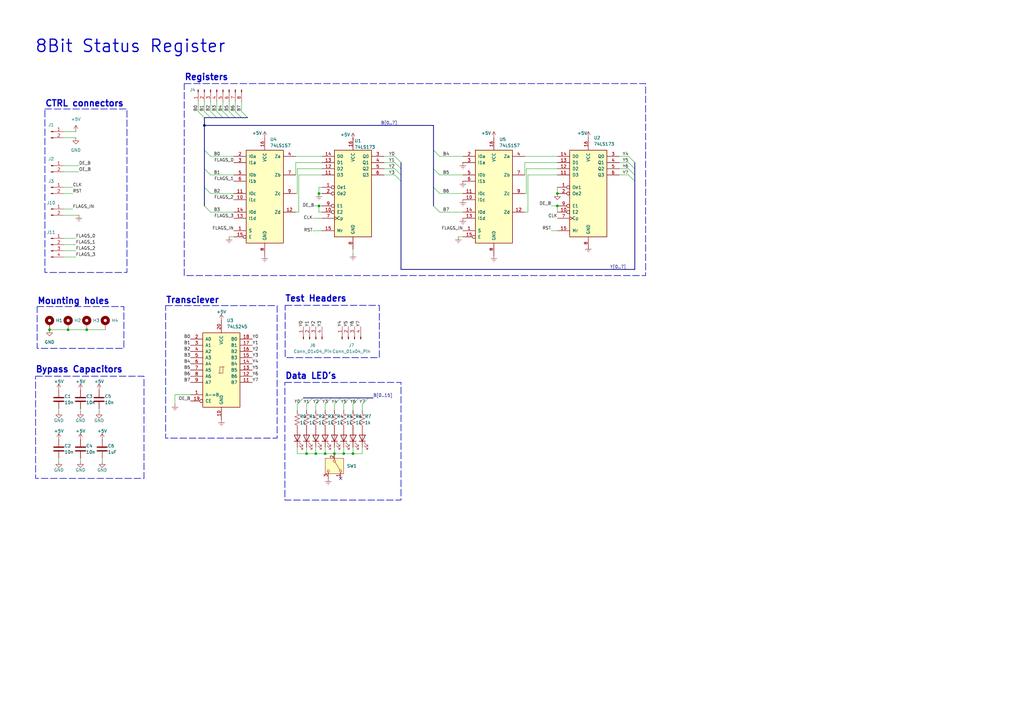
<source format=kicad_sch>
(kicad_sch (version 20231120) (generator "eeschema") (generator_version "8.0")
  (paper "A3")
  (title_block (title "GP Register - SH8") (date "2024-09-24") (rev "1.0") (company "SHMERLARD"))
  (lib_symbols
    (symbol "74xx:74LS157" (pin_names (offset 1.016))
      (property "Reference" "U" (at -7.62 19.05 0))
      (property "Value" "74LS157" (at -7.62 -21.59 0))
      (symbol "74LS157_1_0"
        (pin input line (at -12.7 -15.24 0) (length 5.08) (name "S") (number "1"))
        (pin input line (at -12.7 -2.54 0) (length 5.08) (name "I1c") (number "10"))
        (pin input line (at -12.7 0 0) (length 5.08) (name "I0c") (number "11"))
        (pin output line (at 12.7 -7.62 180) (length 5.08) (name "Zd") (number "12"))
        (pin input line (at -12.7 -10.16 0) (length 5.08) (name "I1d") (number "13"))
        (pin input line (at -12.7 -7.62 0) (length 5.08) (name "I0d") (number "14"))
        (pin input inverted (at -12.7 -17.78 0) (length 5.08) (name "E") (number "15"))
        (pin power_in line (at 0 22.86 270) (length 5.08) (name "VCC") (number "16"))
        (pin input line (at -12.7 15.24 0) (length 5.08) (name "I0a") (number "2"))
        (pin input line (at -12.7 12.7 0) (length 5.08) (name "I1a") (number "3"))
        (pin output line (at 12.7 15.24 180) (length 5.08) (name "Za") (number "4"))
        (pin input line (at -12.7 7.62 0) (length 5.08) (name "I0b") (number "5"))
        (pin input line (at -12.7 5.08 0) (length 5.08) (name "I1b") (number "6"))
        (pin output line (at 12.7 7.62 180) (length 5.08) (name "Zb") (number "7"))
        (pin power_in line (at 0 -25.4 90) (length 5.08) (name "GND") (number "8"))
        (pin output line (at 12.7 0 180) (length 5.08) (name "Zc") (number "9"))
      )
      (symbol "74LS157_1_1"
        (rectangle (start -7.62 17.78) (end 7.62 -20.32) (stroke (width 0.254)) (fill (type background)))
      )
    )
    (symbol "74xx:74LS173" (pin_names (offset 1.016))
      (property "Reference" "U" (at -7.62 19.05 0))
      (property "Value" "74LS173" (at -7.62 -19.05 0))
      (symbol "74LS173_1_0"
        (pin input inverted (at -12.7 2.54 0) (length 5.08) (name "Oe1") (number "1"))
        (pin input inverted (at -12.7 -7.62 0) (length 5.08) (name "E2") (number "10"))
        (pin input line (at -12.7 7.62 0) (length 5.08) (name "D3") (number "11"))
        (pin input line (at -12.7 10.16 0) (length 5.08) (name "D2") (number "12"))
        (pin input line (at -12.7 12.7 0) (length 5.08) (name "D1") (number "13"))
        (pin input line (at -12.7 15.24 0) (length 5.08) (name "D0") (number "14"))
        (pin input line (at -12.7 -15.24 0) (length 5.08) (name "Mr") (number "15"))
        (pin power_in line (at 0 22.86 270) (length 5.08) (name "VCC") (number "16"))
        (pin input inverted (at -12.7 0 0) (length 5.08) (name "Oe2") (number "2"))
        (pin tri_state line (at 12.7 15.24 180) (length 5.08) (name "Q0") (number "3"))
        (pin tri_state line (at 12.7 12.7 180) (length 5.08) (name "Q1") (number "4"))
        (pin tri_state line (at 12.7 10.16 180) (length 5.08) (name "Q2") (number "5"))
        (pin tri_state line (at 12.7 7.62 180) (length 5.08) (name "Q3") (number "6"))
        (pin input clock (at -12.7 -10.16 0) (length 5.08) (name "Cp") (number "7"))
        (pin power_in line (at 0 -22.86 90) (length 5.08) (name "GND") (number "8"))
        (pin input inverted (at -12.7 -5.08 0) (length 5.08) (name "E1") (number "9"))
      )
      (symbol "74LS173_1_1"
        (rectangle (start -7.62 17.78) (end 7.62 -17.78) (stroke (width 0.254)) (fill (type background)))
      )
    )
    (symbol "74xx:74LS245" (pin_names (offset 1.016))
      (property "Reference" "U" (at -7.62 16.51 0))
      (property "Value" "74LS245" (at -7.62 -16.51 0))
      (symbol "74LS245_1_0"
        (polyline (pts (xy -0.635 -1.27) (xy -0.635 1.27) (xy 0.635 1.27)))
        (polyline (pts (xy -1.27 -1.27) (xy 0.635 -1.27) (xy 0.635 1.27) (xy 1.27 1.27)))
        (pin input line (at -12.7 -10.16 0) (length 5.08) (name "A->B") (number "1"))
        (pin power_in line (at 0 -20.32 90) (length 5.08) (name "GND") (number "10"))
        (pin tri_state line (at 12.7 -5.08 180) (length 5.08) (name "B7") (number "11"))
        (pin tri_state line (at 12.7 -2.54 180) (length 5.08) (name "B6") (number "12"))
        (pin tri_state line (at 12.7 0 180) (length 5.08) (name "B5") (number "13"))
        (pin tri_state line (at 12.7 2.54 180) (length 5.08) (name "B4") (number "14"))
        (pin tri_state line (at 12.7 5.08 180) (length 5.08) (name "B3") (number "15"))
        (pin tri_state line (at 12.7 7.62 180) (length 5.08) (name "B2") (number "16"))
        (pin tri_state line (at 12.7 10.16 180) (length 5.08) (name "B1") (number "17"))
        (pin tri_state line (at 12.7 12.7 180) (length 5.08) (name "B0") (number "18"))
        (pin input inverted (at -12.7 -12.7 0) (length 5.08) (name "CE") (number "19"))
        (pin tri_state line (at -12.7 12.7 0) (length 5.08) (name "A0") (number "2"))
        (pin power_in line (at 0 20.32 270) (length 5.08) (name "VCC") (number "20"))
        (pin tri_state line (at -12.7 10.16 0) (length 5.08) (name "A1") (number "3"))
        (pin tri_state line (at -12.7 7.62 0) (length 5.08) (name "A2") (number "4"))
        (pin tri_state line (at -12.7 5.08 0) (length 5.08) (name "A3") (number "5"))
        (pin tri_state line (at -12.7 2.54 0) (length 5.08) (name "A4") (number "6"))
        (pin tri_state line (at -12.7 0 0) (length 5.08) (name "A5") (number "7"))
        (pin tri_state line (at -12.7 -2.54 0) (length 5.08) (name "A6") (number "8"))
        (pin tri_state line (at -12.7 -5.08 0) (length 5.08) (name "A7") (number "9"))
      )
      (symbol "74LS245_1_1"
        (rectangle (start -7.62 15.24) (end 7.62 -15.24) (stroke (width 0.254)) (fill (type background)))
      )
    )
    (symbol "Connector:Conn_01x02_Pin" (pin_names (offset 1.016) hide)
      (property "Reference" "J" (at 0 2.54 0))
      (property "Value" "Conn_01x02_Pin" (at 0 -5.08 0))
      (symbol "Conn_01x02_Pin_1_1"
        (polyline (pts (xy 1.27 -2.54) (xy 0.8636 -2.54)) (stroke (width 0.1524)))
        (polyline (pts (xy 1.27 0) (xy 0.8636 0)) (stroke (width 0.1524)))
        (rectangle (start 0.8636 -2.413) (end 0 -2.667) (stroke (width 0.1524)) (fill (type outline)))
        (rectangle (start 0.8636 0.127) (end 0 -0.127) (stroke (width 0.1524)) (fill (type outline)))
        (pin passive line (at 5.08 0 180) (length 3.81) (name "Pin_1") (number "1"))
        (pin passive line (at 5.08 -2.54 180) (length 3.81) (name "Pin_2") (number "2"))
      )
    )
    (symbol "Connector:Conn_01x04_Pin" (pin_names (offset 1.016) hide)
      (property "Reference" "J" (at 0 5.08 0))
      (property "Value" "Conn_01x04_Pin" (at 0 -7.62 0))
      (symbol "Conn_01x04_Pin_1_1"
        (polyline (pts (xy 1.27 -5.08) (xy 0.8636 -5.08)) (stroke (width 0.1524)))
        (polyline (pts (xy 1.27 -2.54) (xy 0.8636 -2.54)) (stroke (width 0.1524)))
        (polyline (pts (xy 1.27 0) (xy 0.8636 0)) (stroke (width 0.1524)))
        (polyline (pts (xy 1.27 2.54) (xy 0.8636 2.54)) (stroke (width 0.1524)))
        (rectangle (start 0.8636 -4.953) (end 0 -5.207) (stroke (width 0.1524)) (fill (type outline)))
        (rectangle (start 0.8636 -2.413) (end 0 -2.667) (stroke (width 0.1524)) (fill (type outline)))
        (rectangle (start 0.8636 0.127) (end 0 -0.127) (stroke (width 0.1524)) (fill (type outline)))
        (rectangle (start 0.8636 2.667) (end 0 2.413) (stroke (width 0.1524)) (fill (type outline)))
        (pin passive line (at 5.08 2.54 180) (length 3.81) (name "Pin_1") (number "1"))
        (pin passive line (at 5.08 0 180) (length 3.81) (name "Pin_2") (number "2"))
        (pin passive line (at 5.08 -2.54 180) (length 3.81) (name "Pin_3") (number "3"))
        (pin passive line (at 5.08 -5.08 180) (length 3.81) (name "Pin_4") (number "4"))
      )
    )
    (symbol "Connector:Conn_01x08_Pin" (pin_names (offset 1.016) hide)
      (property "Reference" "J" (at 0 10.16 0))
      (property "Value" "Conn_01x08_Pin" (at 0 -12.7 0))
      (symbol "Conn_01x08_Pin_1_1"
        (polyline (pts (xy 1.27 -10.16) (xy 0.8636 -10.16)) (stroke (width 0.1524)))
        (polyline (pts (xy 1.27 -7.62) (xy 0.8636 -7.62)) (stroke (width 0.1524)))
        (polyline (pts (xy 1.27 -5.08) (xy 0.8636 -5.08)) (stroke (width 0.1524)))
        (polyline (pts (xy 1.27 -2.54) (xy 0.8636 -2.54)) (stroke (width 0.1524)))
        (polyline (pts (xy 1.27 0) (xy 0.8636 0)) (stroke (width 0.1524)))
        (polyline (pts (xy 1.27 2.54) (xy 0.8636 2.54)) (stroke (width 0.1524)))
        (polyline (pts (xy 1.27 5.08) (xy 0.8636 5.08)) (stroke (width 0.1524)))
        (polyline (pts (xy 1.27 7.62) (xy 0.8636 7.62)) (stroke (width 0.1524)))
        (rectangle (start 0.8636 -10.033) (end 0 -10.287) (stroke (width 0.1524)) (fill (type outline)))
        (rectangle (start 0.8636 -7.493) (end 0 -7.747) (stroke (width 0.1524)) (fill (type outline)))
        (rectangle (start 0.8636 -4.953) (end 0 -5.207) (stroke (width 0.1524)) (fill (type outline)))
        (rectangle (start 0.8636 -2.413) (end 0 -2.667) (stroke (width 0.1524)) (fill (type outline)))
        (rectangle (start 0.8636 0.127) (end 0 -0.127) (stroke (width 0.1524)) (fill (type outline)))
        (rectangle (start 0.8636 2.667) (end 0 2.413) (stroke (width 0.1524)) (fill (type outline)))
        (rectangle (start 0.8636 5.207) (end 0 4.953) (stroke (width 0.1524)) (fill (type outline)))
        (rectangle (start 0.8636 7.747) (end 0 7.493) (stroke (width 0.1524)) (fill (type outline)))
        (pin passive line (at 5.08 7.62 180) (length 3.81) (name "Pin_1") (number "1"))
        (pin passive line (at 5.08 5.08 180) (length 3.81) (name "Pin_2") (number "2"))
        (pin passive line (at 5.08 2.54 180) (length 3.81) (name "Pin_3") (number "3"))
        (pin passive line (at 5.08 0 180) (length 3.81) (name "Pin_4") (number "4"))
        (pin passive line (at 5.08 -2.54 180) (length 3.81) (name "Pin_5") (number "5"))
        (pin passive line (at 5.08 -5.08 180) (length 3.81) (name "Pin_6") (number "6"))
        (pin passive line (at 5.08 -7.62 180) (length 3.81) (name "Pin_7") (number "7"))
        (pin passive line (at 5.08 -10.16 180) (length 3.81) (name "Pin_8") (number "8"))
      )
    )
    (symbol "Device:C" (pin_numbers hide) (pin_names (offset 0.254))
      (property "Reference" "C" (at 0.635 2.54 0))
      (property "Value" "C" (at 0.635 -2.54 0))
      (symbol "C_0_1"
        (polyline (pts (xy -2.032 -0.762) (xy 2.032 -0.762)) (stroke (width 0.508)))
        (polyline (pts (xy -2.032 0.762) (xy 2.032 0.762)) (stroke (width 0.508)))
      )
      (symbol "C_1_1"
        (pin passive line (at 0 3.81 270) (length 2.794) (name "~") (number "1"))
        (pin passive line (at 0 -3.81 90) (length 2.794) (name "~") (number "2"))
      )
    )
    (symbol "Device:LED" (pin_numbers hide) (pin_names (offset 1.016) hide)
      (property "Reference" "D" (at 0 2.54 0))
      (property "Value" "LED" (at 0 -2.54 0))
      (symbol "LED_0_1"
        (polyline (pts (xy -1.27 -1.27) (xy -1.27 1.27)) (stroke (width 0.254)))
        (polyline (pts (xy -1.27 0) (xy 1.27 0)))
        (polyline (pts (xy 1.27 -1.27) (xy 1.27 1.27) (xy -1.27 0) (xy 1.27 -1.27)) (stroke (width 0.254)))
        (polyline (pts (xy -3.048 -0.762) (xy -4.572 -2.286) (xy -3.81 -2.286) (xy -4.572 -2.286) (xy -4.572 -1.524)))
        (polyline (pts (xy -1.778 -0.762) (xy -3.302 -2.286) (xy -2.54 -2.286) (xy -3.302 -2.286) (xy -3.302 -1.524)))
      )
      (symbol "LED_1_1"
        (pin passive line (at -3.81 0 0) (length 2.54) (name "K") (number "1"))
        (pin passive line (at 3.81 0 180) (length 2.54) (name "A") (number "2"))
      )
    )
    (symbol "Device:R_US" (pin_numbers hide) (pin_names (offset 0))
      (property "Reference" "R" (at 2.54 0 90))
      (property "Value" "R_US" (at -2.54 0 90))
      (symbol "R_US_0_1"
        (polyline (pts (xy 0 -2.286) (xy 0 -2.54)))
        (polyline (pts (xy 0 2.286) (xy 0 2.54)))
        (polyline (pts (xy 0 -0.762) (xy 1.016 -1.143) (xy 0 -1.524) (xy -1.016 -1.905) (xy 0 -2.286)))
        (polyline (pts (xy 0 0.762) (xy 1.016 0.381) (xy 0 0) (xy -1.016 -0.381) (xy 0 -0.762)))
        (polyline (pts (xy 0 2.286) (xy 1.016 1.905) (xy 0 1.524) (xy -1.016 1.143) (xy 0 0.762)))
      )
      (symbol "R_US_1_1"
        (pin passive line (at 0 3.81 270) (length 1.27) (name "~") (number "1"))
        (pin passive line (at 0 -3.81 90) (length 1.27) (name "~") (number "2"))
      )
    )
    (symbol "Mechanical:MountingHole_Pad" (pin_numbers hide) (pin_names (offset 1.016) hide) (exclude_from_sim yes) (in_bom no)
      (property "Reference" "H" (at 0 6.35 0))
      (property "Value" "MountingHole_Pad" (at 0 4.445 0))
      (symbol "MountingHole_Pad_0_1"
        (circle (center 0 1.27) (radius 1.27) (stroke (width 1.27)))
      )
      (symbol "MountingHole_Pad_1_1"
        (pin input line (at 0 -2.54 90) (length 2.54) (name "1") (number "1"))
      )
    )
    (symbol "Switch:SW_SPDT" (pin_names (offset 0) hide)
      (property "Reference" "SW" (at 0 5.08 0))
      (property "Value" "SW_SPDT" (at 0 -5.08 0))
      (symbol "SW_SPDT_0_1"
        (circle (center -2.032 0) (radius 0.4572))
        (polyline (pts (xy -1.651 0.254) (xy 1.651 2.286)))
        (circle (center 2.032 -2.54) (radius 0.4572))
        (circle (center 2.032 2.54) (radius 0.4572))
      )
      (symbol "SW_SPDT_1_1"
        (rectangle (start -3.175 3.81) (end 3.175 -3.81) (fill (type background)))
        (pin passive line (at 5.08 2.54 180) (length 2.54) (name "A") (number "1"))
        (pin passive line (at -5.08 0 0) (length 2.54) (name "B") (number "2"))
        (pin passive line (at 5.08 -2.54 180) (length 2.54) (name "C") (number "3"))
      )
    )
    (symbol "power:+5V" (power) (pin_numbers hide) (pin_names (offset 0) hide)
      (property "Value" "+5V" (at 0 3.556 0))
      (symbol "+5V_0_1"
        (polyline (pts (xy -0.762 1.27) (xy 0 2.54)))
        (polyline (pts (xy 0 0) (xy 0 2.54)))
        (polyline (pts (xy 0 2.54) (xy 0.762 1.27)))
      )
      (symbol "+5V_1_1"
        (pin power_in line (at 0 0 90) (length 0) (name "~") (number "1"))
      )
    )
    (symbol "power:Earth" (power) (pin_numbers hide) (pin_names (offset 0) hide)
      (property "Value" "Earth" (at 0 -3.81 0))
      (symbol "Earth_0_1"
        (polyline (pts (xy -0.635 -1.905) (xy 0.635 -1.905)))
        (polyline (pts (xy -0.127 -2.54) (xy 0.127 -2.54)))
        (polyline (pts (xy 0 -1.27) (xy 0 0)))
        (polyline (pts (xy 1.27 -1.27) (xy -1.27 -1.27)))
      )
      (symbol "Earth_1_1"
        (pin power_in line (at 0 0 270) (length 0) (name "~") (number "1"))
      )
    )
    (symbol "power:GND" (power) (pin_numbers hide) (pin_names (offset 0) hide)
      (property "Value" "GND" (at 0 -3.81 0))
      (symbol "GND_0_1"
        (polyline (pts (xy 0 0) (xy 0 -1.27) (xy 1.27 -1.27) (xy 0 -2.54) (xy -1.27 -1.27) (xy 0 -1.27)))
      )
      (symbol "GND_1_1"
        (pin power_in line (at 0 0 270) (length 0) (name "~") (number "1"))
      )
    )
  )
  (junction (at 20.32 135.255))
  (junction (at 130.81 79.375))
  (junction (at 83.82 51.435))
  (junction (at 228.6 84.455))
  (junction (at 133.35 186.055))
  (junction (at 27.94 135.255))
  (junction (at 130.81 84.455))
  (junction (at 228.6 79.375))
  (junction (at 35.56 135.255))
  (junction (at 129.54 186.055))
  (junction (at 144.78 186.055))
  (junction (at 137.16 186.055))
  (junction (at 140.97 186.055))
  (junction (at 125.73 186.055))
  (no_connect (at 139.7 196.215))
  (bus_entry (at 121.92 165.735) (size 2.54 -2.54))
  (bus_entry (at 161.925 71.755) (size 2.54 2.54))
  (bus_entry (at 81.28 45.72) (size 2.54 2.54))
  (bus_entry (at 86.36 45.72) (size 2.54 2.54))
  (bus_entry (at 257.81 66.675) (size 2.54 2.54))
  (bus_entry (at 161.925 64.135) (size 2.54 2.54))
  (bus_entry (at 83.82 69.215) (size 2.54 2.54))
  (bus_entry (at 93.98 45.72) (size 2.54 2.54))
  (bus_entry (at 257.81 64.135) (size 2.54 2.54))
  (bus_entry (at 83.82 84.455) (size 2.54 2.54))
  (bus_entry (at 96.52 45.72) (size 2.54 2.54))
  (bus_entry (at 129.54 165.735) (size 2.54 -2.54))
  (bus_entry (at 257.81 69.215) (size 2.54 2.54))
  (bus_entry (at 83.82 45.72) (size 2.54 2.54))
  (bus_entry (at 86.36 64.135) (size -2.54 -2.54))
  (bus_entry (at 133.35 165.735) (size 2.54 -2.54))
  (bus_entry (at 161.925 66.675) (size 2.54 2.54))
  (bus_entry (at 177.8 69.215) (size 2.54 2.54))
  (bus_entry (at 125.73 165.735) (size 2.54 -2.54))
  (bus_entry (at 177.8 84.455) (size 2.54 2.54))
  (bus_entry (at 144.78 165.735) (size 2.54 -2.54))
  (bus_entry (at 180.34 64.135) (size -2.54 -2.54))
  (bus_entry (at 148.59 165.735) (size 2.54 -2.54))
  (bus_entry (at 88.9 45.72) (size 2.54 2.54))
  (bus_entry (at 91.44 45.72) (size 2.54 2.54))
  (bus_entry (at 140.97 165.735) (size 2.54 -2.54))
  (bus_entry (at 83.82 76.835) (size 2.54 2.54))
  (bus_entry (at 99.06 45.72) (size 2.54 2.54))
  (bus_entry (at 257.81 71.755) (size 2.54 2.54))
  (bus_entry (at 161.925 69.215) (size 2.54 2.54))
  (bus_entry (at 177.8 76.835) (size 2.54 2.54))
  (bus_entry (at 137.16 165.735) (size 2.54 -2.54))
  (wire (pts (xy 26.035 102.87) (xy 31.115 102.87)))
  (bus (pts (xy 260.35 74.295) (xy 260.35 110.49)))
  (bus (pts (xy 132.08 163.195) (xy 135.89 163.195)))
  (wire (pts (xy 26.035 97.79) (xy 31.115 97.79)))
  (wire (pts (xy 140.97 165.735) (xy 140.97 168.275)))
  (wire (pts (xy 99.06 41.91) (xy 99.06 45.72)))
  (bus (pts (xy 83.82 69.215) (xy 83.82 76.835)))
  (wire (pts (xy 33.02 187.96) (xy 33.02 189.23)))
  (wire (pts (xy 130.81 86.995) (xy 132.08 86.995)))
  (wire (pts (xy 180.34 71.755) (xy 189.865 71.755)))
  (bus (pts (xy 128.27 163.195) (xy 132.08 163.195)))
  (wire (pts (xy 121.92 79.375) (xy 121.92 69.215)))
  (wire (pts (xy 216.535 71.755) (xy 228.6 71.755)))
  (wire (pts (xy 144.78 186.055) (xy 144.78 183.515)))
  (wire (pts (xy 254 66.675) (xy 257.81 66.675)))
  (bus (pts (xy 93.98 48.26) (xy 96.52 48.26)))
  (wire (pts (xy 129.54 186.055) (xy 133.35 186.055)))
  (bus (pts (xy 164.465 69.215) (xy 164.465 71.755)))
  (wire (pts (xy 26.035 85.725) (xy 29.845 85.725)))
  (wire (pts (xy 180.34 79.375) (xy 189.865 79.375)))
  (wire (pts (xy 83.82 41.91) (xy 83.82 45.72)))
  (wire (pts (xy 137.16 186.055) (xy 137.16 183.515)))
  (wire (pts (xy 26.035 105.41) (xy 31.115 105.41)))
  (wire (pts (xy 187.96 97.155) (xy 189.865 97.155)))
  (bus (pts (xy 177.8 76.835) (xy 177.8 84.455)))
  (bus (pts (xy 83.82 61.595) (xy 83.82 69.215)))
  (bus (pts (xy 143.51 163.195) (xy 147.32 163.195)))
  (wire (pts (xy 24.13 187.96) (xy 24.13 189.23)))
  (wire (pts (xy 41.91 187.96) (xy 41.91 189.23)))
  (wire (pts (xy 35.56 135.255) (xy 43.18 135.255)))
  (wire (pts (xy 26.035 100.33) (xy 31.115 100.33)))
  (bus (pts (xy 91.44 48.26) (xy 93.98 48.26)))
  (bus (pts (xy 260.35 71.755) (xy 260.35 74.295)))
  (bus (pts (xy 91.44 48.26) (xy 88.9 48.26)))
  (bus (pts (xy 177.8 51.435) (xy 177.8 61.595)))
  (wire (pts (xy 148.59 186.055) (xy 148.59 183.515)))
  (wire (pts (xy 121.92 186.055) (xy 125.73 186.055)))
  (wire (pts (xy 121.92 69.215) (xy 132.08 69.215)))
  (bus (pts (xy 177.8 69.215) (xy 177.8 76.835)))
  (wire (pts (xy 128.905 84.455) (xy 130.81 84.455)))
  (wire (pts (xy 157.48 64.135) (xy 161.925 64.135)))
  (wire (pts (xy 121.285 79.375) (xy 121.92 79.375)))
  (wire (pts (xy 86.36 79.375) (xy 95.885 79.375)))
  (bus (pts (xy 151.13 163.195) (xy 153.035 163.195)))
  (wire (pts (xy 27.94 135.255) (xy 35.56 135.255)))
  (wire (pts (xy 125.73 186.055) (xy 125.73 183.515)))
  (wire (pts (xy 241.3 100.965) (xy 241.3 102.235)))
  (wire (pts (xy 226.06 94.615) (xy 228.6 94.615)))
  (wire (pts (xy 130.81 84.455) (xy 132.08 84.455)))
  (bus (pts (xy 83.82 51.435) (xy 83.82 61.595)))
  (wire (pts (xy 215.265 64.135) (xy 228.6 64.135)))
  (wire (pts (xy 215.265 79.375) (xy 215.9 79.375)))
  (wire (pts (xy 215.265 66.675) (xy 228.6 66.675)))
  (bus (pts (xy 139.7 163.195) (xy 143.51 163.195)))
  (bus (pts (xy 164.465 66.675) (xy 164.465 69.215)))
  (wire (pts (xy 140.97 186.055) (xy 144.78 186.055)))
  (wire (pts (xy 32.385 70.485) (xy 26.035 70.485)))
  (wire (pts (xy 144.78 57.15) (xy 144.78 56.515)))
  (wire (pts (xy 132.08 76.835) (xy 130.81 76.835)))
  (wire (pts (xy 180.34 64.135) (xy 189.865 64.135)))
  (wire (pts (xy 157.48 69.215) (xy 161.925 69.215)))
  (bus (pts (xy 99.06 48.26) (xy 96.52 48.26)))
  (wire (pts (xy 121.92 186.055) (xy 121.92 183.515)))
  (bus (pts (xy 147.32 163.195) (xy 151.13 163.195)))
  (wire (pts (xy 133.35 165.735) (xy 133.35 168.275)))
  (bus (pts (xy 83.82 76.835) (xy 83.82 84.455)))
  (wire (pts (xy 86.36 64.135) (xy 95.885 64.135)))
  (wire (pts (xy 40.64 167.64) (xy 40.64 168.91)))
  (wire (pts (xy 121.285 66.675) (xy 132.08 66.675)))
  (wire (pts (xy 228.6 86.995) (xy 228.6 84.455)))
  (wire (pts (xy 33.02 167.64) (xy 33.02 168.91)))
  (wire (pts (xy 144.78 186.055) (xy 148.59 186.055)))
  (wire (pts (xy 86.36 41.91) (xy 86.36 45.72)))
  (wire (pts (xy 96.52 41.91) (xy 96.52 45.72)))
  (wire (pts (xy 133.35 186.055) (xy 137.16 186.055)))
  (wire (pts (xy 121.285 64.135) (xy 132.08 64.135)))
  (bus (pts (xy 164.465 110.49) (xy 260.35 110.49)))
  (wire (pts (xy 254 71.755) (xy 257.81 71.755)))
  (wire (pts (xy 144.78 165.735) (xy 144.78 168.275)))
  (bus (pts (xy 83.82 48.26) (xy 86.36 48.26)))
  (wire (pts (xy 216.535 86.995) (xy 215.265 86.995)))
  (wire (pts (xy 133.35 186.055) (xy 133.35 183.515)))
  (wire (pts (xy 93.98 41.91) (xy 93.98 45.72)))
  (wire (pts (xy 180.34 86.995) (xy 189.865 86.995)))
  (wire (pts (xy 130.81 84.455) (xy 130.81 86.995)))
  (wire (pts (xy 122.555 71.755) (xy 132.08 71.755)))
  (wire (pts (xy 121.285 66.675) (xy 121.285 71.755)))
  (wire (pts (xy 215.265 66.675) (xy 215.265 71.755)))
  (wire (pts (xy 125.73 165.735) (xy 125.73 168.275)))
  (wire (pts (xy 121.92 165.735) (xy 121.92 168.275)))
  (wire (pts (xy 86.36 71.755) (xy 95.885 71.755)))
  (bus (pts (xy 135.89 163.195) (xy 139.7 163.195)))
  (wire (pts (xy 137.16 165.735) (xy 137.16 168.275)))
  (wire (pts (xy 26.035 76.835) (xy 29.845 76.835)))
  (bus (pts (xy 83.82 48.26) (xy 83.82 51.435)))
  (wire (pts (xy 129.54 165.735) (xy 129.54 168.275)))
  (bus (pts (xy 88.9 48.26) (xy 86.36 48.26)))
  (wire (pts (xy 125.73 186.055) (xy 129.54 186.055)))
  (wire (pts (xy 29.845 79.375) (xy 26.035 79.375)))
  (wire (pts (xy 81.28 41.91) (xy 81.28 45.72)))
  (wire (pts (xy 128.27 89.535) (xy 132.08 89.535)))
  (bus (pts (xy 83.82 51.435) (xy 177.8 51.435)))
  (bus (pts (xy 260.35 69.215) (xy 260.35 71.755)))
  (wire (pts (xy 130.81 79.375) (xy 132.08 79.375)))
  (wire (pts (xy 137.16 186.055) (xy 140.97 186.055)))
  (wire (pts (xy 216.535 71.755) (xy 216.535 86.995)))
  (wire (pts (xy 31.115 56.515) (xy 26.035 56.515)))
  (wire (pts (xy 228.6 84.455) (xy 226.06 84.455)))
  (wire (pts (xy 215.9 79.375) (xy 215.9 69.215)))
  (wire (pts (xy 254 64.135) (xy 257.81 64.135)))
  (wire (pts (xy 122.555 71.755) (xy 122.555 86.995)))
  (wire (pts (xy 157.48 71.755) (xy 161.925 71.755)))
  (wire (pts (xy 130.81 76.835) (xy 130.81 79.375)))
  (wire (pts (xy 86.36 86.995) (xy 95.885 86.995)))
  (wire (pts (xy 71.755 165.735) (xy 71.755 161.925)))
  (wire (pts (xy 31.115 53.975) (xy 26.035 53.975)))
  (wire (pts (xy 228.6 79.375) (xy 228.6 76.835)))
  (wire (pts (xy 148.59 165.735) (xy 148.59 168.275)))
  (wire (pts (xy 215.9 69.215) (xy 228.6 69.215)))
  (wire (pts (xy 144.78 102.235) (xy 144.78 104.14)))
  (wire (pts (xy 128.27 94.615) (xy 132.08 94.615)))
  (wire (pts (xy 157.48 66.675) (xy 161.925 66.675)))
  (wire (pts (xy 254 69.215) (xy 257.81 69.215)))
  (wire (pts (xy 71.755 161.925) (xy 78.105 161.925)))
  (bus (pts (xy 124.46 163.195) (xy 128.27 163.195)))
  (wire (pts (xy 93.98 97.155) (xy 95.885 97.155)))
  (bus (pts (xy 164.465 74.295) (xy 164.465 71.755)))
  (wire (pts (xy 140.97 186.055) (xy 140.97 183.515)))
  (wire (pts (xy 88.9 41.91) (xy 88.9 45.72)))
  (wire (pts (xy 122.555 86.995) (xy 121.285 86.995)))
  (wire (pts (xy 20.32 135.255) (xy 27.94 135.255)))
  (bus (pts (xy 101.6 48.26) (xy 99.06 48.26)))
  (wire (pts (xy 91.44 41.91) (xy 91.44 45.72)))
  (bus (pts (xy 260.35 66.675) (xy 260.35 69.215)))
  (wire (pts (xy 129.54 186.055) (xy 129.54 183.515)))
  (wire (pts (xy 24.13 167.64) (xy 24.13 168.91)))
  (bus (pts (xy 177.8 61.595) (xy 177.8 69.215)))
  (wire (pts (xy 26.035 67.945) (xy 32.385 67.945)))
  (wire (pts (xy 26.035 88.265) (xy 32.385 88.265)))
  (bus (pts (xy 164.465 74.295) (xy 164.465 110.49)))
  (rectangle (start 67.945 125.349) (end 113.665 179.705) (stroke (width 0.254) (type dash)))
  (rectangle (start 18.415 44.704) (end 52.07 111.76) (stroke (width 0.254) (type dash)))
  (rectangle (start 75.565 34.29) (end 264.795 113.03) (stroke (width 0.254) (type dash)))
  (rectangle (start 15.24 125.73) (end 50.8 142.875) (stroke (width 0.254) (type dash)))
  (rectangle (start 14.605 154.305) (end 59.055 196.215) (stroke (width 0.254) (type dash)))
  (rectangle (start 116.967 125.222) (end 155.575 146.685) (stroke (width 0.254) (type dash)))
  (rectangle (start 116.84 156.845) (end 164.465 205.105) (stroke (width 0.254) (type dash)))
  (text "8Bit Status Register" (at 14.224 19.05 0) (effects (font (size 5.08 5.08) (thickness 0.508) (bold yes)) (justify left)))
  (text "Data LED's\n" (at 116.84 154.305 0) (effects (font (size 2.54 2.54) (thickness 0.508) (bold yes)) (justify left)))
  (text "Bypass Capacitors\n" (at 14.478 151.638 0) (effects (font (size 2.54 2.54) (thickness 0.508) (bold yes)) (justify left)))
  (text "Registers" (at 75.565 31.75 0) (effects (font (size 2.54 2.54) (thickness 0.508) (bold yes)) (justify left)))
  (text "Mounting holes" (at 15.24 123.571 0) (effects (font (size 2.54 2.54) (thickness 0.508) (bold yes)) (justify left)))
  (text "Test Headers" (at 116.84 122.555 0) (effects (font (size 2.54 2.54) (thickness 0.508) (bold yes)) (justify left)))
  (text "CTRL connectors\n" (at 18.415 42.545 0) (effects (font (size 2.54 2.54) (thickness 0.508) (bold yes)) (justify left)))
  (text "Transciever\n" (at 67.945 123.19 0) (effects (font (size 2.54 2.54) (thickness 0.508) (bold yes)) (justify left)))
  (label "Y2" (at 129.54 165.735 0))
  (label "Y7" (at 103.505 156.845 0))
  (label "FLAGS_2" (at 95.885 81.915 180))
  (label "B5" (at 93.98 45.72 90))
  (label "DE_B" (at 226.06 84.455 180))
  (label "DE_B" (at 128.905 84.455 180))
  (label "CLK" (at 228.6 89.535 180))
  (label "B6" (at 181.61 79.375 0))
  (label "Y1" (at 127 133.985 90))
  (label "OE_B" (at 32.385 70.485 0))
  (label "Y6" (at 257.81 69.215 180))
  (label "B2" (at 86.36 45.72 90))
  (label "Y6" (at 145.415 133.985 90))
  (label "B1" (at 78.105 141.605 180))
  (label "FLAGS_IN" (at 29.845 85.725 0))
  (label "Y2" (at 161.925 69.215 180))
  (label "FLAGS_2" (at 31.115 102.87 0))
  (label "Y2" (at 129.54 133.985 90))
  (label "B[0..15]" (at 153.035 163.195 0))
  (label "B2" (at 78.105 144.145 180))
  (label "Y0" (at 103.505 139.065 0))
  (label "Y7" (at 148.59 165.735 0))
  (label "OE_B" (at 78.105 164.465 180))
  (label "B3" (at 78.105 146.685 180))
  (label "Y3" (at 133.35 165.735 0))
  (label "B1" (at 87.63 71.755 0))
  (label "B7" (at 181.61 86.995 0))
  (label "B2" (at 87.63 79.375 0))
  (label "B4" (at 181.61 64.135 0))
  (label "B0" (at 78.105 139.065 180))
  (label "Y4" (at 257.81 64.135 180))
  (label "Y1" (at 125.73 165.735 0))
  (label "Y0" (at 124.46 133.985 90))
  (label "B7" (at 99.06 45.72 90))
  (label "B7" (at 78.105 156.845 180))
  (label "Y5" (at 140.97 165.735 0))
  (label "Y7" (at 257.81 71.755 180))
  (label "CLK" (at 29.845 76.835 0))
  (label "Y5" (at 257.81 66.675 180))
  (label "Y3" (at 161.925 71.755 180))
  (label "FLAGS_1" (at 95.885 74.295 180))
  (label "Y0" (at 121.92 165.735 0))
  (label "FLAGS_IN" (at 189.865 94.615 180))
  (label "RST" (at 226.06 94.615 180))
  (label "Y0" (at 161.925 64.135 180))
  (label "B6" (at 96.52 45.72 90))
  (label "FLAGS_3" (at 95.885 89.535 180))
  (label "B[0..7]" (at 156.21 51.435 0))
  (label "Y[0..7]" (at 250.19 110.49 0))
  (label "Y4" (at 140.335 133.985 90))
  (label "CLK" (at 128.27 89.535 180))
  (label "B3" (at 87.63 86.995 0))
  (label "Y5" (at 103.505 151.765 0))
  (label "Y2" (at 103.505 144.145 0))
  (label "Y1" (at 103.505 141.605 0))
  (label "B1" (at 83.82 45.72 90))
  (label "RST" (at 29.845 79.375 0))
  (label "Y5" (at 142.875 133.985 90))
  (label "Y6" (at 103.505 154.305 0))
  (label "Y3" (at 103.505 146.685 0))
  (label "FLAGS_3" (at 31.115 105.41 0))
  (label "B0" (at 81.28 45.72 90))
  (label "Y4" (at 137.16 165.735 0))
  (label "B4" (at 78.105 149.225 180))
  (label "Y3" (at 132.08 133.985 90))
  (label "B6" (at 78.105 154.305 180))
  (label "Y7" (at 147.955 133.985 90))
  (label "RST" (at 128.27 94.615 180))
  (label "FLAGS_0" (at 31.115 97.79 0))
  (label "B3" (at 88.9 45.72 90))
  (label "DE_B" (at 32.385 67.945 0))
  (label "FLAGS_IN" (at 95.885 94.615 180))
  (label "B5" (at 78.105 151.765 180))
  (label "Y1" (at 161.925 66.675 180))
  (label "B5" (at 181.61 71.755 0))
  (label "B4" (at 91.44 45.72 90))
  (label "FLAGS_0" (at 95.885 66.675 180))
  (label "B0" (at 87.63 64.135 0))
  (label "Y4" (at 103.505 149.225 0))
  (label "Y6" (at 144.78 165.735 0))
  (label "FLAGS_1" (at 31.115 100.33 0))
  (symbol (lib_id "Connector:Conn_01x04_Pin") (at 20.955 100.33 0) (unit 1)
    (property "Reference" "J11" (at 20.955 95.25 0))
    (property "Value" "Conn_01x04_Pin" (effects (hide yes)))
    (property "Footprint" "Connector_JST:JST_XH_S4B-XH-A-1_1x04_P2.50mm_Horizontal" (effects (hide yes)))
    (property "Description" "Generic connector, single row, 01x04, script generated" (effects (hide yes)))
  )
  (symbol (lib_id "Connector:Conn_01x08_Pin") (at 88.9 36.83 90) (mirror x) (unit 1)
    (property "Reference" "J4" (at 78.994 36.83 90))
    (property "Value" "Conn_01x08_Pin" (effects (hide yes)))
    (property "Footprint" "Connector_JST:JST_XH_S8B-XH-A-1_1x08_P2.50mm_Horizontal" (effects (hide yes)))
    (property "Description" "Generic connector, single row, 01x08, script generated" (effects (hide yes)))
  )
  (symbol (lib_id "power:+5V") (at 40.64 160.02 0) (unit 1)
    (property "Reference" "#PWR011" (effects (hide yes)))
    (property "Value" "+5V" (at 40.64 156.464 0))
    (property "Description" "Power symbol creates a global label with name \"+5V\"" (effects (hide yes)))
  )
  (symbol (lib_id "Device:LED") (at 137.16 179.705 90) (unit 1)
    (property "Reference" "D5" (effects (hide yes)))
    (property "Value" "LED" (effects (hide yes)))
    (property "Footprint" "LED_THT:LED_Rectangular_W3.0mm_H2.0mm" (effects (hide yes)))
    (property "Description" "Light emitting diode" (effects (hide yes)))
  )
  (symbol (lib_id "power:Earth") (at 71.755 165.735 0) (unit 1)
    (property "Reference" "#PWR037" (effects (hide yes)))
    (property "Value" "GND" (effects (hide yes)))
    (property "Description" "Power symbol creates a global label with name \"Earth\"" (effects (hide yes)))
  )
  (symbol (lib_id "Device:C") (at 41.91 184.15 0) (unit 1)
    (property "Reference" "C6" (at 44.196 182.88 0) (effects (justify left)))
    (property "Value" "1uF" (at 44.196 185.42 0) (effects (justify left)))
    (property "Footprint" "Capacitor_THT:C_Radial_D6.3mm_H11.0mm_P2.50mm" (effects (hide yes)))
    (property "Description" "Unpolarized capacitor" (effects (hide yes)))
  )
  (symbol (lib_id "Mechanical:MountingHole_Pad") (at 20.32 132.715 0) (unit 1) (exclude_from_sim yes) (in_bom no)
    (property "Reference" "H1" (at 22.86 131.4449 0) (effects (justify left)))
    (property "Value" "MountingHole_Pad" (effects (hide yes)))
    (property "Footprint" "MountingHole:MountingHole_2.2mm_M2_DIN965_Pad" (effects (hide yes)))
    (property "Description" "Mounting Hole with connection" (effects (hide yes)))
  )
  (symbol (lib_id "Connector:Conn_01x02_Pin") (at 20.955 76.835 0) (unit 1)
    (property "Reference" "J3" (at 20.955 74.295 0))
    (property "Value" "Conn_01x02_Pin" (effects (hide yes)))
    (property "Footprint" "Connector_JST:JST_XH_S2B-XH-A-1_1x02_P2.50mm_Horizontal" (effects (hide yes)))
    (property "Description" "Generic connector, single row, 01x02, script generated" (effects (hide yes)))
  )
  (symbol (lib_id "Device:LED") (at 144.78 179.705 90) (unit 1)
    (property "Reference" "D7" (effects (hide yes)))
    (property "Value" "LED" (effects (hide yes)))
    (property "Footprint" "LED_THT:LED_Rectangular_W3.0mm_H2.0mm" (effects (hide yes)))
    (property "Description" "Light emitting diode" (effects (hide yes)))
  )
  (symbol (lib_id "power:+5V") (at 90.805 131.445 0) (unit 1)
    (property "Reference" "#PWR027" (effects (hide yes)))
    (property "Value" "+5V" (at 90.805 127.889 0))
    (property "Description" "Power symbol creates a global label with name \"+5V\"" (effects (hide yes)))
  )
  (symbol (lib_id "Device:R_US") (at 140.97 172.085 0) (unit 1)
    (property "Reference" "R5" (at 141.986 170.815 0) (effects (justify left)))
    (property "Value" "1k" (at 141.986 173.355 0) (effects (justify left)))
    (property "Footprint" "Resistor_THT:R_Axial_DIN0204_L3.6mm_D1.6mm_P7.62mm_Horizontal" (effects (hide yes)))
    (property "Description" "Resistor, US symbol" (effects (hide yes)))
  )
  (symbol (lib_id "power:+5V") (at 108.585 56.515 0) (unit 1)
    (property "Reference" "#PWR039" (effects (hide yes)))
    (property "Value" "+5V" (at 105.41 54.61 0))
    (property "Description" "Power symbol creates a global label with name \"+5V\"" (effects (hide yes)))
  )
  (symbol (lib_id "74xx:74LS157") (at 108.585 79.375 0) (unit 1)
    (property "Reference" "U4" (at 110.7791 57.15 0) (effects (justify left)))
    (property "Value" "74LS157" (at 110.7791 59.69 0) (effects (justify left)))
    (property "Footprint" "Package_DIP:DIP-16_W7.62mm_Socket_LongPads" (effects (hide yes)))
    (property "Datasheet" "http://www.ti.com/lit/gpn/sn74LS157" (effects (hide yes)))
    (property "Description" "Quad 2 to 1 line Multiplexer" (effects (hide yes)))
  )
  (symbol (lib_id "Device:R_US") (at 148.59 172.085 0) (unit 1)
    (property "Reference" "R7" (at 149.606 170.815 0) (effects (justify left)))
    (property "Value" "1k" (at 149.606 173.355 0) (effects (justify left)))
    (property "Footprint" "Resistor_THT:R_Axial_DIN0204_L3.6mm_D1.6mm_P7.62mm_Horizontal" (effects (hide yes)))
    (property "Description" "Resistor, US symbol" (effects (hide yes)))
  )
  (symbol (lib_id "power:+5V") (at 41.91 180.34 0) (unit 1)
    (property "Reference" "#PWR013" (effects (hide yes)))
    (property "Value" "+5V" (at 41.91 176.784 0))
    (property "Description" "Power symbol creates a global label with name \"+5V\"" (effects (hide yes)))
  )
  (symbol (lib_id "power:GND") (at 24.13 189.23 0) (unit 1)
    (property "Reference" "#PWR04" (effects (hide yes)))
    (property "Value" "GND" (at 24.13 192.786 0))
    (property "Description" "Power symbol creates a global label with name \"GND\" , ground" (effects (hide yes)))
  )
  (symbol (lib_id "74xx:74LS245") (at 90.805 151.765 0) (unit 1)
    (property "Reference" "U3" (at 92.9991 131.445 0) (effects (justify left)))
    (property "Value" "74LS245" (at 92.9991 133.985 0) (effects (justify left)))
    (property "Footprint" "Package_DIP:DIP-20_W7.62mm_Socket_LongPads" (effects (hide yes)))
    (property "Datasheet" "http://www.ti.com/lit/gpn/sn74LS245" (effects (hide yes)))
    (property "Description" "Octal BUS Transceivers, 3-State outputs" (effects (hide yes)))
  )
  (symbol (lib_id "power:+5V") (at 202.565 56.515 0) (unit 1)
    (property "Reference" "#PWR040" (effects (hide yes)))
    (property "Value" "+5V" (at 199.39 54.61 0))
    (property "Description" "Power symbol creates a global label with name \"+5V\"" (effects (hide yes)))
  )
  (symbol (lib_id "Connector:Conn_01x04_Pin") (at 142.875 139.065 90) (unit 1)
    (property "Reference" "J7" (at 144.145 141.605 90))
    (property "Value" "Conn_01x04_Pin" (at 144.145 144.145 90))
    (property "Footprint" "Connector_PinHeader_2.54mm:PinHeader_1x04_P2.54mm_Vertical" (effects (hide yes)))
    (property "Description" "Generic connector, single row, 01x04, script generated" (effects (hide yes)))
  )
  (symbol (lib_id "Connector:Conn_01x02_Pin") (at 20.955 85.725 0) (unit 1)
    (property "Reference" "J10" (at 20.955 83.185 0))
    (property "Value" "Conn_01x02_Pin" (effects (hide yes)))
    (property "Footprint" "Connector_JST:JST_XH_S2B-XH-A-1_1x02_P2.50mm_Horizontal" (effects (hide yes)))
    (property "Description" "Generic connector, single row, 01x02, script generated" (effects (hide yes)))
  )
  (symbol (lib_id "power:+5V") (at 33.02 180.34 0) (unit 1)
    (property "Reference" "#PWR07" (effects (hide yes)))
    (property "Value" "+5V" (at 33.02 176.784 0))
    (property "Description" "Power symbol creates a global label with name \"+5V\"" (effects (hide yes)))
  )
  (symbol (lib_id "power:+5V") (at 24.13 160.02 0) (unit 1)
    (property "Reference" "#PWR01" (effects (hide yes)))
    (property "Value" "+5V" (at 24.13 156.464 0))
    (property "Description" "Power symbol creates a global label with name \"+5V\"" (effects (hide yes)))
  )
  (symbol (lib_id "Device:C") (at 24.13 184.15 0) (unit 1)
    (property "Reference" "C2" (at 26.416 182.88 0) (effects (justify left)))
    (property "Value" "10n" (at 26.416 185.42 0) (effects (justify left)))
    (property "Footprint" "Capacitor_THT:C_Disc_D3.8mm_W2.6mm_P2.50mm" (effects (hide yes)))
    (property "Description" "Unpolarized capacitor" (effects (hide yes)))
  )
  (symbol (lib_id "74xx:74LS173") (at 144.78 79.375 0) (unit 1)
    (property "Reference" "U1" (at 145.415 57.785 0) (effects (justify left)))
    (property "Value" "74LS173" (at 145.415 60.325 0) (effects (justify left)))
    (property "Footprint" "Package_DIP:DIP-16_W7.62mm_Socket_LongPads" (effects (hide yes)))
    (property "Datasheet" "http://www.ti.com/lit/gpn/sn74LS173" (effects (hide yes)))
    (property "Description" "4-bit D-type Register, 3 state out" (effects (hide yes)))
  )
  (symbol (lib_id "Device:LED") (at 133.35 179.705 90) (unit 1)
    (property "Reference" "D4" (effects (hide yes)))
    (property "Value" "LED" (effects (hide yes)))
    (property "Footprint" "LED_THT:LED_Rectangular_W3.0mm_H2.0mm" (effects (hide yes)))
    (property "Description" "Light emitting diode" (effects (hide yes)))
  )
  (symbol (lib_id "power:Earth") (at 32.385 88.265 0) (unit 1)
    (property "Reference" "#PWR029" (effects (hide yes)))
    (property "Value" "GND" (effects (hide yes)))
    (property "Description" "Power symbol creates a global label with name \"Earth\"" (effects (hide yes)))
  )
  (symbol (lib_id "Device:LED") (at 125.73 179.705 90) (unit 1)
    (property "Reference" "D2" (effects (hide yes)))
    (property "Value" "LED" (effects (hide yes)))
    (property "Footprint" "LED_THT:LED_Rectangular_W3.0mm_H2.0mm" (effects (hide yes)))
    (property "Description" "Light emitting diode" (effects (hide yes)))
  )
  (symbol (lib_id "power:GND") (at 20.32 135.255 0) (unit 1)
    (property "Reference" "#PWR018" (effects (hide yes)))
    (property "Value" "GND" (at 20.32 140.335 0))
    (property "Description" "Power symbol creates a global label with name \"GND\" , ground" (effects (hide yes)))
  )
  (symbol (lib_id "power:GND") (at 24.13 168.91 0) (unit 1)
    (property "Reference" "#PWR02" (effects (hide yes)))
    (property "Value" "GND" (at 24.13 172.466 0))
    (property "Description" "Power symbol creates a global label with name \"GND\" , ground" (effects (hide yes)))
  )
  (symbol (lib_id "power:+5V") (at 241.3 56.515 0) (unit 1)
    (property "Reference" "#PWR022" (effects (hide yes)))
    (property "Value" "+5V" (at 238.76 54.61 0))
    (property "Description" "Power symbol creates a global label with name \"+5V\"" (effects (hide yes)))
  )
  (symbol (lib_id "Device:LED") (at 148.59 179.705 90) (unit 1)
    (property "Reference" "D8" (effects (hide yes)))
    (property "Value" "LED" (effects (hide yes)))
    (property "Footprint" "LED_THT:LED_Rectangular_W3.0mm_H2.0mm" (effects (hide yes)))
    (property "Description" "Light emitting diode" (effects (hide yes)))
  )
  (symbol (lib_id "power:+5V") (at 33.02 160.02 0) (unit 1)
    (property "Reference" "#PWR05" (effects (hide yes)))
    (property "Value" "+5V" (at 33.02 156.464 0))
    (property "Description" "Power symbol creates a global label with name \"+5V\"" (effects (hide yes)))
  )
  (symbol (lib_id "power:Earth") (at 93.98 97.155 0) (unit 1)
    (property "Reference" "#PWR038" (effects (hide yes)))
    (property "Value" "GND" (effects (hide yes)))
    (property "Description" "Power symbol creates a global label with name \"Earth\"" (effects (hide yes)))
  )
  (symbol (lib_id "power:GND") (at 40.64 168.91 0) (unit 1)
    (property "Reference" "#PWR012" (effects (hide yes)))
    (property "Value" "GND" (at 40.64 172.466 0))
    (property "Description" "Power symbol creates a global label with name \"GND\" , ground" (effects (hide yes)))
  )
  (symbol (lib_id "power:Earth") (at 144.78 104.14 0) (unit 1)
    (property "Reference" "#PWR020" (effects (hide yes)))
    (property "Value" "GND" (effects (hide yes)))
    (property "Description" "Power symbol creates a global label with name \"Earth\"" (effects (hide yes)))
  )
  (symbol (lib_id "power:Earth") (at 189.865 74.295 0) (unit 1)
    (property "Reference" "#PWR025" (effects (hide yes)))
    (property "Value" "GND" (effects (hide yes)))
    (property "Description" "Power symbol creates a global label with name \"Earth\"" (effects (hide yes)))
  )
  (symbol (lib_id "Device:LED") (at 129.54 179.705 90) (unit 1)
    (property "Reference" "D3" (effects (hide yes)))
    (property "Value" "LED" (effects (hide yes)))
    (property "Footprint" "LED_THT:LED_Rectangular_W3.0mm_H2.0mm" (effects (hide yes)))
    (property "Description" "Light emitting diode" (effects (hide yes)))
  )
  (symbol (lib_id "power:Earth") (at 189.865 66.675 0) (unit 1)
    (property "Reference" "#PWR026" (effects (hide yes)))
    (property "Value" "GND" (effects (hide yes)))
    (property "Description" "Power symbol creates a global label with name \"Earth\"" (effects (hide yes)))
  )
  (symbol (lib_id "Connector:Conn_01x02_Pin") (at 20.955 67.945 0) (unit 1)
    (property "Reference" "J2" (at 20.955 65.151 0))
    (property "Value" "Conn_01x02_Pin" (effects (hide yes)))
    (property "Footprint" "Connector_JST:JST_XH_S2B-XH-A-1_1x02_P2.50mm_Horizontal" (effects (hide yes)))
    (property "Description" "Generic connector, single row, 01x02, script generated" (effects (hide yes)))
  )
  (symbol (lib_id "74xx:74LS173") (at 241.3 79.375 0) (unit 1)
    (property "Reference" "U2" (at 243.4941 56.515 0) (effects (justify left)))
    (property "Value" "74LS173" (at 243.4941 59.055 0) (effects (justify left)))
    (property "Footprint" "Package_DIP:DIP-16_W7.62mm_Socket_LongPads" (effects (hide yes)))
    (property "Datasheet" "http://www.ti.com/lit/gpn/sn74LS173" (effects (hide yes)))
    (property "Description" "4-bit D-type Register, 3 state out" (effects (hide yes)))
  )
  (symbol (lib_id "Connector:Conn_01x04_Pin") (at 127 139.065 90) (unit 1)
    (property "Reference" "J6" (at 128.27 141.605 90))
    (property "Value" "Conn_01x04_Pin" (at 128.27 144.145 90))
    (property "Footprint" "Connector_PinHeader_2.54mm:PinHeader_1x04_P2.54mm_Vertical" (effects (hide yes)))
    (property "Description" "Generic connector, single row, 01x04, script generated" (effects (hide yes)))
  )
  (symbol (lib_id "Device:C") (at 33.02 184.15 0) (unit 1)
    (property "Reference" "C4" (at 35.306 182.88 0) (effects (justify left)))
    (property "Value" "10n" (at 35.306 185.42 0) (effects (justify left)))
    (property "Footprint" "Capacitor_THT:C_Disc_D3.8mm_W2.6mm_P2.50mm" (effects (hide yes)))
    (property "Description" "Unpolarized capacitor" (effects (hide yes)))
  )
  (symbol (lib_id "power:+5V") (at 144.78 57.15 0) (unit 1)
    (property "Reference" "#PWR019" (effects (hide yes)))
    (property "Value" "+5V" (at 141.605 55.245 0))
    (property "Description" "Power symbol creates a global label with name \"+5V\"" (effects (hide yes)))
  )
  (symbol (lib_id "Device:LED") (at 140.97 179.705 90) (unit 1)
    (property "Reference" "D6" (effects (hide yes)))
    (property "Value" "LED" (effects (hide yes)))
    (property "Footprint" "LED_THT:LED_Rectangular_W3.0mm_H2.0mm" (effects (hide yes)))
    (property "Description" "Light emitting diode" (effects (hide yes)))
  )
  (symbol (lib_id "power:GND") (at 33.02 189.23 0) (unit 1)
    (property "Reference" "#PWR08" (effects (hide yes)))
    (property "Value" "GND" (at 33.02 192.786 0))
    (property "Description" "Power symbol creates a global label with name \"GND\" , ground" (effects (hide yes)))
  )
  (symbol (lib_id "Device:R_US") (at 125.73 172.085 0) (unit 1)
    (property "Reference" "R1" (at 126.746 170.815 0) (effects (justify left)))
    (property "Value" "1k" (at 126.746 173.355 0) (effects (justify left)))
    (property "Footprint" "Resistor_THT:R_Axial_DIN0204_L3.6mm_D1.6mm_P7.62mm_Horizontal" (effects (hide yes)))
    (property "Description" "Resistor, US symbol" (effects (hide yes)))
  )
  (symbol (lib_id "power:Earth") (at 130.81 79.375 0) (unit 1)
    (property "Reference" "#PWR017" (effects (hide yes)))
    (property "Value" "GND" (effects (hide yes)))
    (property "Description" "Power symbol creates a global label with name \"Earth\"" (effects (hide yes)))
  )
  (symbol (lib_id "power:Earth") (at 90.805 172.085 0) (unit 1)
    (property "Reference" "#PWR028" (effects (hide yes)))
    (property "Value" "GND" (effects (hide yes)))
    (property "Description" "Power symbol creates a global label with name \"Earth\"" (effects (hide yes)))
  )
  (symbol (lib_id "Device:R_US") (at 137.16 172.085 0) (unit 1)
    (property "Reference" "R4" (at 138.176 170.815 0) (effects (justify left)))
    (property "Value" "1k" (at 138.176 173.355 0) (effects (justify left)))
    (property "Footprint" "Resistor_THT:R_Axial_DIN0204_L3.6mm_D1.6mm_P7.62mm_Horizontal" (effects (hide yes)))
    (property "Description" "Resistor, US symbol" (effects (hide yes)))
  )
  (symbol (lib_id "Connector:Conn_01x02_Pin") (at 20.955 53.975 0) (unit 1)
    (property "Reference" "J1" (at 20.955 51.181 0))
    (property "Value" "Conn_01x02_Pin" (effects (hide yes)))
    (property "Footprint" "Connector_JST:JST_XH_S2B-XH-A-1_1x02_P2.50mm_Horizontal" (effects (hide yes)))
    (property "Description" "Generic connector, single row, 01x02, script generated" (effects (hide yes)))
  )
  (symbol (lib_id "power:Earth") (at 202.565 104.775 0) (unit 1)
    (property "Reference" "#PWR042" (effects (hide yes)))
    (property "Value" "GND" (effects (hide yes)))
    (property "Description" "Power symbol creates a global label with name \"Earth\"" (effects (hide yes)))
  )
  (symbol (lib_id "power:GND") (at 31.115 56.515 0) (unit 1)
    (property "Reference" "#PWR010" (effects (hide yes)))
    (property "Value" "GND" (at 31.115 61.595 0))
    (property "Description" "Power symbol creates a global label with name \"GND\" , ground" (effects (hide yes)))
  )
  (symbol (lib_id "Device:R_US") (at 129.54 172.085 0) (unit 1)
    (property "Reference" "R2" (at 130.556 170.815 0) (effects (justify left)))
    (property "Value" "1k" (at 130.556 173.355 0) (effects (justify left)))
    (property "Footprint" "Resistor_THT:R_Axial_DIN0204_L3.6mm_D1.6mm_P7.62mm_Horizontal" (effects (hide yes)))
    (property "Description" "Resistor, US symbol" (effects (hide yes)))
  )
  (symbol (lib_id "Device:C") (at 40.64 163.83 0) (unit 1)
    (property "Reference" "C5" (at 42.926 162.56 0) (effects (justify left)))
    (property "Value" "10n" (at 42.926 165.1 0) (effects (justify left)))
    (property "Footprint" "Capacitor_THT:C_Disc_D3.8mm_W2.6mm_P2.50mm" (effects (hide yes)))
    (property "Description" "Unpolarized capacitor" (effects (hide yes)))
  )
  (symbol (lib_id "power:Earth") (at 189.865 81.915 0) (unit 1)
    (property "Reference" "#PWR016" (effects (hide yes)))
    (property "Value" "GND" (effects (hide yes)))
    (property "Description" "Power symbol creates a global label with name \"Earth\"" (effects (hide yes)))
  )
  (symbol (lib_id "Device:R_US") (at 121.92 172.085 0) (unit 1)
    (property "Reference" "R0" (at 122.936 170.815 0) (effects (justify left)))
    (property "Value" "1k" (at 122.936 173.355 0) (effects (justify left)))
    (property "Footprint" "Resistor_THT:R_Axial_DIN0204_L3.6mm_D1.6mm_P7.62mm_Horizontal" (effects (hide yes)))
    (property "Description" "Resistor, US symbol" (effects (hide yes)))
  )
  (symbol (lib_id "power:+5V") (at 24.13 180.34 0) (unit 1)
    (property "Reference" "#PWR03" (effects (hide yes)))
    (property "Value" "+5V" (at 24.13 176.784 0))
    (property "Description" "Power symbol creates a global label with name \"+5V\"" (effects (hide yes)))
  )
  (symbol (lib_id "Mechanical:MountingHole_Pad") (at 35.56 132.715 0) (unit 1) (exclude_from_sim yes) (in_bom no)
    (property "Reference" "H3" (at 38.1 131.4449 0) (effects (justify left)))
    (property "Value" "MountingHole_Pad" (effects (hide yes)))
    (property "Footprint" "MountingHole:MountingHole_2.2mm_M2_DIN965_Pad" (effects (hide yes)))
    (property "Description" "Mounting Hole with connection" (effects (hide yes)))
  )
  (symbol (lib_id "74xx:74LS157") (at 202.565 79.375 0) (unit 1)
    (property "Reference" "U5" (at 204.7591 57.15 0) (effects (justify left)))
    (property "Value" "74LS157" (at 204.7591 59.69 0) (effects (justify left)))
    (property "Footprint" "Package_DIP:DIP-16_W7.62mm_Socket_LongPads" (effects (hide yes)))
    (property "Datasheet" "http://www.ti.com/lit/gpn/sn74LS157" (effects (hide yes)))
    (property "Description" "Quad 2 to 1 line Multiplexer" (effects (hide yes)))
  )
  (symbol (lib_id "Device:C") (at 24.13 163.83 0) (unit 1)
    (property "Reference" "C1" (at 26.416 162.56 0) (effects (justify left)))
    (property "Value" "10n" (at 26.416 165.1 0) (effects (justify left)))
    (property "Footprint" "Capacitor_THT:C_Disc_D3.8mm_W2.6mm_P2.50mm" (effects (hide yes)))
    (property "Description" "Unpolarized capacitor" (effects (hide yes)))
  )
  (symbol (lib_id "power:GND") (at 228.6 79.375 0) (unit 1)
    (property "Reference" "#PWR023" (effects (hide yes)))
    (property "Value" "GND" (effects (hide yes)))
    (property "Description" "Power symbol creates a global label with name \"GND\" , ground" (effects (hide yes)))
  )
  (symbol (lib_id "power:GND") (at 33.02 168.91 0) (unit 1)
    (property "Reference" "#PWR06" (effects (hide yes)))
    (property "Value" "GND" (at 33.02 172.466 0))
    (property "Description" "Power symbol creates a global label with name \"GND\" , ground" (effects (hide yes)))
  )
  (symbol (lib_id "Device:R_US") (at 133.35 172.085 0) (unit 1)
    (property "Reference" "R3" (at 134.366 170.815 0) (effects (justify left)))
    (property "Value" "1k" (at 134.366 173.355 0) (effects (justify left)))
    (property "Footprint" "Resistor_THT:R_Axial_DIN0204_L3.6mm_D1.6mm_P7.62mm_Horizontal" (effects (hide yes)))
    (property "Description" "Resistor, US symbol" (effects (hide yes)))
  )
  (symbol (lib_id "Switch:SW_SPDT") (at 137.16 191.135 270) (unit 1)
    (property "Reference" "SW1" (at 142.24 191.1349 90) (effects (justify left)))
    (property "Value" "SW_SPDT" (effects (hide yes)))
    (property "Footprint" "Button_Switch_THT:SW_Slide_SPDT_Angled_CK_OS102011MA1Q" (effects (hide yes)))
    (property "Description" "Switch, single pole double throw" (effects (hide yes)))
  )
  (symbol (lib_id "power:Earth") (at 241.3 100.965 0) (unit 1)
    (property "Reference" "#PWR024" (effects (hide yes)))
    (property "Value" "GND" (effects (hide yes)))
    (property "Description" "Power symbol creates a global label with name \"Earth\"" (effects (hide yes)))
  )
  (symbol (lib_id "Device:R_US") (at 144.78 172.085 0) (unit 1)
    (property "Reference" "R6" (at 145.796 170.815 0) (effects (justify left)))
    (property "Value" "1k" (at 145.796 173.355 0) (effects (justify left)))
    (property "Footprint" "Resistor_THT:R_Axial_DIN0204_L3.6mm_D1.6mm_P7.62mm_Horizontal" (effects (hide yes)))
    (property "Description" "Resistor, US symbol" (effects (hide yes)))
  )
  (symbol (lib_id "power:GND") (at 41.91 189.23 0) (unit 1)
    (property "Reference" "#PWR014" (effects (hide yes)))
    (property "Value" "GND" (at 41.91 192.786 0))
    (property "Description" "Power symbol creates a global label with name \"GND\" , ground" (effects (hide yes)))
  )
  (symbol (lib_id "Mechanical:MountingHole_Pad") (at 27.94 132.715 0) (unit 1) (exclude_from_sim yes) (in_bom no)
    (property "Reference" "H2" (at 30.48 131.4449 0) (effects (justify left)))
    (property "Value" "MountingHole_Pad" (effects (hide yes)))
    (property "Footprint" "MountingHole:MountingHole_2.2mm_M2_DIN965_Pad" (effects (hide yes)))
    (property "Description" "Mounting Hole with connection" (effects (hide yes)))
  )
  (symbol (lib_id "power:Earth") (at 187.96 97.155 0) (unit 1)
    (property "Reference" "#PWR041" (effects (hide yes)))
    (property "Value" "GND" (effects (hide yes)))
    (property "Description" "Power symbol creates a global label with name \"Earth\"" (effects (hide yes)))
  )
  (symbol (lib_id "Device:LED") (at 121.92 179.705 90) (unit 1)
    (property "Reference" "D1" (effects (hide yes)))
    (property "Value" "LED" (effects (hide yes)))
    (property "Footprint" "LED_THT:LED_Rectangular_W3.0mm_H2.0mm" (effects (hide yes)))
    (property "Description" "Light emitting diode" (effects (hide yes)))
  )
  (symbol (lib_id "power:Earth") (at 108.585 104.775 0) (unit 1)
    (property "Reference" "#PWR032" (effects (hide yes)))
    (property "Value" "GND" (effects (hide yes)))
    (property "Description" "Power symbol creates a global label with name \"Earth\"" (effects (hide yes)))
  )
  (symbol (lib_id "Mechanical:MountingHole_Pad") (at 43.18 132.715 0) (unit 1) (exclude_from_sim yes) (in_bom no)
    (property "Reference" "H4" (at 45.72 131.4449 0) (effects (justify left)))
    (property "Value" "MountingHole_Pad" (effects (hide yes)))
    (property "Footprint" "MountingHole:MountingHole_2.2mm_M2_DIN965_Pad" (effects (hide yes)))
    (property "Description" "Mounting Hole with connection" (effects (hide yes)))
  )
  (symbol (lib_id "power:Earth") (at 134.62 196.215 0) (unit 1)
    (property "Reference" "#PWR021" (effects (hide yes)))
    (property "Value" "GND" (effects (hide yes)))
    (property "Description" "Power symbol creates a global label with name \"Earth\"" (effects (hide yes)))
  )
  (symbol (lib_id "Device:C") (at 33.02 163.83 0) (unit 1)
    (property "Reference" "C3" (at 35.306 162.56 0) (effects (justify left)))
    (property "Value" "10n" (at 35.306 165.1 0) (effects (justify left)))
    (property "Footprint" "Capacitor_THT:C_Disc_D3.8mm_W2.6mm_P2.50mm" (effects (hide yes)))
    (property "Description" "Unpolarized capacitor" (effects (hide yes)))
  )
  (symbol (lib_id "power:+5V") (at 31.115 53.975 0) (unit 1)
    (property "Reference" "#PWR09" (effects (hide yes)))
    (property "Value" "+5V" (at 31.115 48.895 0))
    (property "Description" "Power symbol creates a global label with name \"+5V\"" (effects (hide yes)))
  )
  (symbol (lib_id "power:Earth") (at 189.865 89.535 0) (unit 1)
    (property "Reference" "#PWR015" (effects (hide yes)))
    (property "Value" "GND" (effects (hide yes)))
    (property "Description" "Power symbol creates a global label with name \"Earth\"" (effects (hide yes)))
  )
)
</source>
